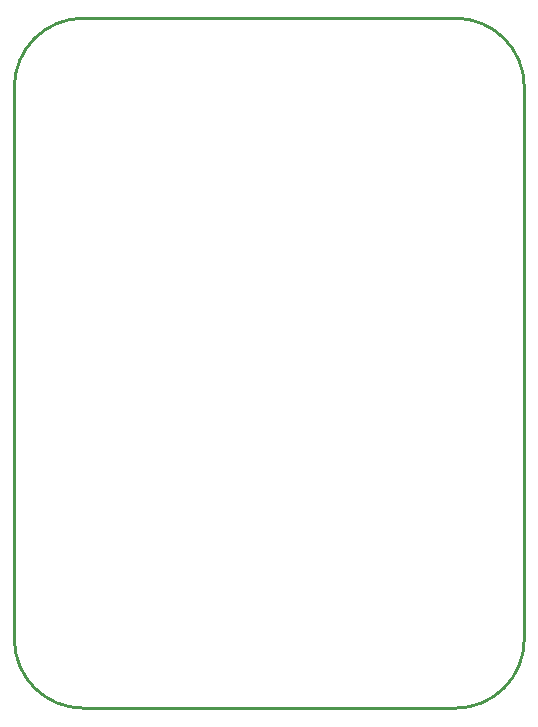
<source format=gko>
G04 Layer: BoardOutlineLayer*
G04 EasyEDA v6.5.40, 2024-12-13 02:27:43*
G04 cafc711810e44acb902ef42d95588454,10*
G04 Gerber Generator version 0.2*
G04 Scale: 100 percent, Rotated: No, Reflected: No *
G04 Dimensions in inches *
G04 leading zeros omitted , absolute positions ,3 integer and 6 decimal *
%FSLAX36Y36*%
%MOIN*%

%ADD10C,0.0100*%
D10*
X-1Y-2070001D02*
G01*
X-1Y-230000D01*
X1469997Y-2300001D02*
G01*
X229998Y-2300001D01*
X1699997Y-230000D02*
G01*
X1699997Y-2070001D01*
X229998Y0D02*
G01*
X1469997Y0D01*
G75*
G01*
X1469998Y0D02*
G02*
X1699998Y-230000I0J-230000D01*
G75*
G01*
X1699998Y-2070002D02*
G02*
X1469998Y-2300002I-230000J0D01*
G75*
G01*
X-2Y-230000D02*
G02*
X229998Y0I230000J0D01*
G75*
G01*
X230000Y-2300000D02*
G02*
X0Y-2070000I0J230000D01*

%LPD*%
M02*

</source>
